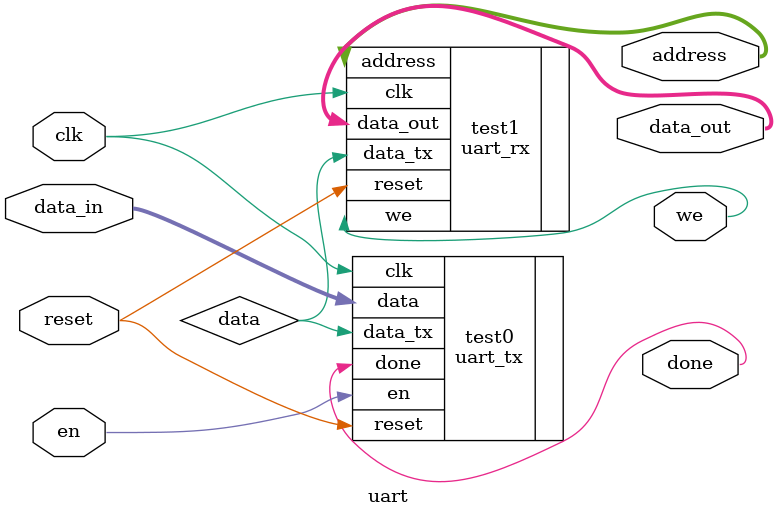
<source format=v>
`include "uart_tx.v"
`include "uart_rx.v"

module uart
(
    input               clk,reset,en,
    input    [7:0]      data_in,
    output   [7:0]      data_out,
    output              done,we,
    output   [31:0]     address
);

wire    data;

uart_tx test0 ( .clk(clk), .reset(reset), .en(en),
                .data(data_in),
                .data_tx(data),
                .done(done));

uart_rx test1 ( .clk(clk), .reset(reset),
                .data_tx(data),
                .data_out(data_out),
                .we(we),
                .address(address));


endmodule

</source>
